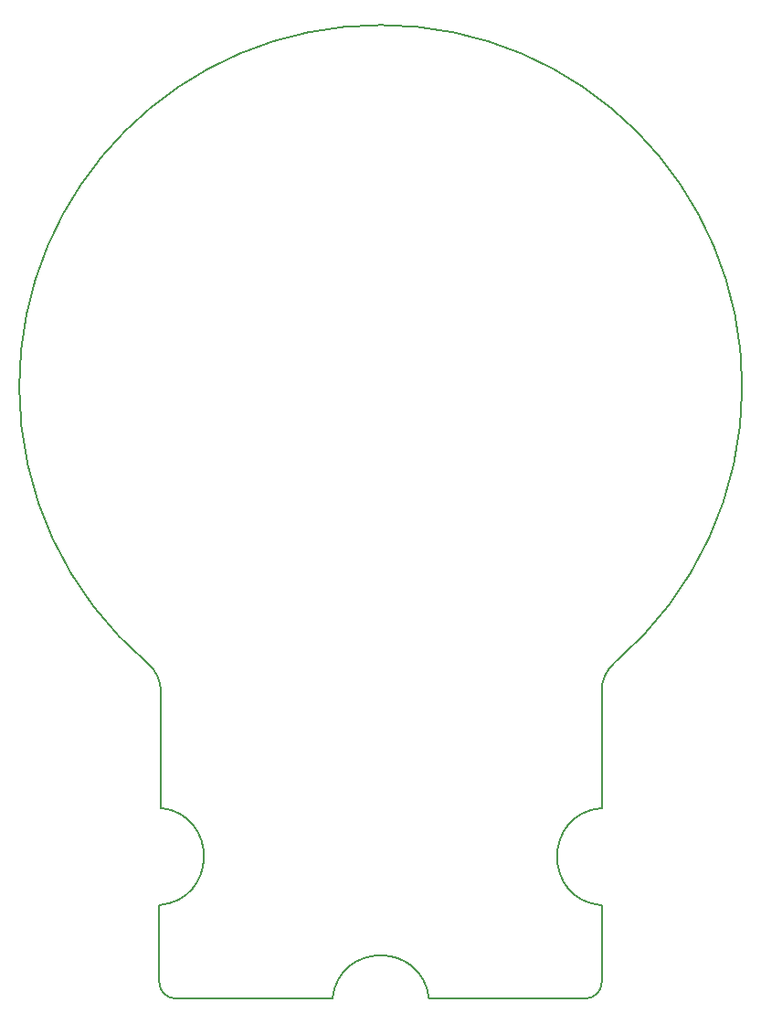
<source format=gbr>
%TF.GenerationSoftware,KiCad,Pcbnew,7.0.1*%
%TF.CreationDate,2023-12-14T23:22:25+03:00*%
%TF.ProjectId,_______ _____,21383b3e-3230-44f2-903f-3b3042302e6b,rev?*%
%TF.SameCoordinates,Original*%
%TF.FileFunction,Profile,NP*%
%FSLAX46Y46*%
G04 Gerber Fmt 4.6, Leading zero omitted, Abs format (unit mm)*
G04 Created by KiCad (PCBNEW 7.0.1) date 2023-12-14 23:22:25*
%MOMM*%
%LPD*%
G01*
G04 APERTURE LIST*
%TA.AperFunction,Profile*%
%ADD10C,0.200000*%
%TD*%
G04 APERTURE END LIST*
D10*
X126847517Y-122086374D02*
X141398465Y-122083355D01*
X150342190Y-122084556D02*
G75*
G03*
X141398465Y-122083355I-4471930J-501814D01*
G01*
X166347072Y-104451099D02*
G75*
G03*
X166347073Y-113449221I389848J-4499061D01*
G01*
X164847517Y-122086517D02*
G75*
G03*
X166347517Y-120586503I-17J1500017D01*
G01*
X166347073Y-113449222D02*
X166347517Y-120586503D01*
X167579138Y-90948252D02*
G75*
G03*
X179370262Y-65434046I-21708888J25514212D01*
G01*
X125509571Y-93716347D02*
G75*
G03*
X124267370Y-91038052I-3504871J1647D01*
G01*
X125347517Y-120586374D02*
X125347517Y-113433715D01*
X125347517Y-113433715D02*
G75*
G03*
X125509619Y-104435721I-384537J4507385D01*
G01*
X125347526Y-120586374D02*
G75*
G03*
X126847517Y-122086374I1499974J-26D01*
G01*
X167579165Y-90948283D02*
G75*
G03*
X166347073Y-93614254I2268335J-2666017D01*
G01*
X166347073Y-93614254D02*
X166347073Y-104451107D01*
X125509619Y-93716347D02*
X125509619Y-104435720D01*
X112370266Y-65434046D02*
G75*
G03*
X124267371Y-91038050I33499954J-24D01*
G01*
X179370262Y-65434046D02*
G75*
G03*
X112370262Y-65434046I-33500000J0D01*
G01*
X150342194Y-122084556D02*
X164847517Y-122086503D01*
M02*

</source>
